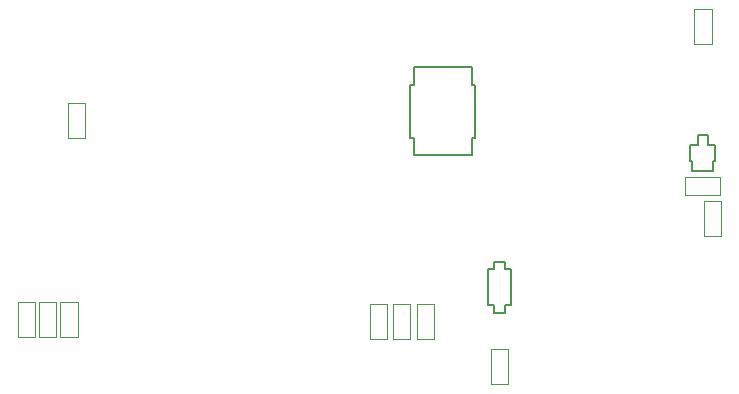
<source format=gbr>
%TF.GenerationSoftware,KiCad,Pcbnew,9.0.3*%
%TF.CreationDate,2025-09-16T13:04:12-04:00*%
%TF.ProjectId,CAEN_NEVIS_DAQ_12V,4341454e-5f4e-4455-9649-535f4441515f,rev?*%
%TF.SameCoordinates,Original*%
%TF.FileFunction,Other,User*%
%FSLAX46Y46*%
G04 Gerber Fmt 4.6, Leading zero omitted, Abs format (unit mm)*
G04 Created by KiCad (PCBNEW 9.0.3) date 2025-09-16 13:04:12*
%MOMM*%
%LPD*%
G01*
G04 APERTURE LIST*
%ADD10C,0.152400*%
%ADD11C,0.050000*%
G04 APERTURE END LIST*
D10*
%TO.C,D1*%
X189307200Y-96954400D02*
X189307200Y-96294000D01*
X188392800Y-96954400D02*
X189307200Y-96954400D01*
X189853300Y-96294000D02*
X189853300Y-93246000D01*
X189307200Y-96294000D02*
X189853300Y-96294000D01*
X188392800Y-96294000D02*
X188392800Y-96954400D01*
X187846700Y-96294000D02*
X188392800Y-96294000D01*
X189853300Y-93246000D02*
X189307200Y-93246000D01*
X189307200Y-93246000D02*
X189307200Y-92585600D01*
X188392800Y-93246000D02*
X187846700Y-93246000D01*
X187846700Y-93246000D02*
X187846700Y-96294000D01*
X189307200Y-92585600D02*
X188392800Y-92585600D01*
X188392800Y-92585600D02*
X188392800Y-93246000D01*
D11*
%TO.C,C2*%
X149870000Y-95980000D02*
X151330000Y-95980000D01*
X149870000Y-98940000D02*
X149870000Y-95980000D01*
X151330000Y-95980000D02*
X151330000Y-98940000D01*
X151330000Y-98940000D02*
X149870000Y-98940000D01*
%TO.C,R29*%
X204570000Y-85450000D02*
X207530000Y-85450000D01*
X204570000Y-86910000D02*
X204570000Y-85450000D01*
X207530000Y-85450000D02*
X207530000Y-86910000D01*
X207530000Y-86910000D02*
X204570000Y-86910000D01*
%TO.C,R3*%
X152270000Y-79190000D02*
X153730000Y-79190000D01*
X152270000Y-82150000D02*
X152270000Y-79190000D01*
X153730000Y-79190000D02*
X153730000Y-82150000D01*
X153730000Y-82150000D02*
X152270000Y-82150000D01*
%TO.C,C5*%
X179800000Y-96190000D02*
X181260000Y-96190000D01*
X179800000Y-99150000D02*
X179800000Y-96190000D01*
X181260000Y-96190000D02*
X181260000Y-99150000D01*
X181260000Y-99150000D02*
X179800000Y-99150000D01*
D10*
%TO.C,U7*%
X181284100Y-77592100D02*
X181284100Y-82087900D01*
X181284100Y-82087900D02*
X181601600Y-82087900D01*
X181601600Y-76131600D02*
X181601600Y-77592100D01*
X181601600Y-77592100D02*
X181284100Y-77592100D01*
X181601600Y-83548400D02*
X181601600Y-82087900D01*
X181601600Y-83548400D02*
X186478400Y-83548400D01*
X186478400Y-76131600D02*
X181601600Y-76131600D01*
X186478400Y-76131600D02*
X186478400Y-77592100D01*
X186478400Y-82087900D02*
X186795900Y-82087900D01*
X186478400Y-83548400D02*
X186478400Y-82087900D01*
X186795900Y-77592100D02*
X186478400Y-77592100D01*
X186795900Y-82087900D02*
X186795900Y-77592100D01*
D11*
%TO.C,R11*%
X188130000Y-100010000D02*
X189590000Y-100010000D01*
X188130000Y-102970000D02*
X188130000Y-100010000D01*
X189590000Y-100010000D02*
X189590000Y-102970000D01*
X189590000Y-102970000D02*
X188130000Y-102970000D01*
%TO.C,R27*%
X205340000Y-71230000D02*
X206800000Y-71230000D01*
X205340000Y-74190000D02*
X205340000Y-71230000D01*
X206800000Y-71230000D02*
X206800000Y-74190000D01*
X206800000Y-74190000D02*
X205340000Y-74190000D01*
%TO.C,R28*%
X206140000Y-87470000D02*
X207600000Y-87470000D01*
X206140000Y-90430000D02*
X206140000Y-87470000D01*
X207600000Y-87470000D02*
X207600000Y-90430000D01*
X207600000Y-90430000D02*
X206140000Y-90430000D01*
%TO.C,C1*%
X151670000Y-95980000D02*
X153130000Y-95980000D01*
X151670000Y-98940000D02*
X151670000Y-95980000D01*
X153130000Y-95980000D02*
X153130000Y-98940000D01*
X153130000Y-98940000D02*
X151670000Y-98940000D01*
%TO.C,C4*%
X177850000Y-96190000D02*
X179310000Y-96190000D01*
X177850000Y-99150000D02*
X177850000Y-96190000D01*
X179310000Y-96190000D02*
X179310000Y-99150000D01*
X179310000Y-99150000D02*
X177850000Y-99150000D01*
%TO.C,C6*%
X181830000Y-96170000D02*
X183290000Y-96170000D01*
X181830000Y-99130000D02*
X181830000Y-96170000D01*
X183290000Y-96170000D02*
X183290000Y-99130000D01*
X183290000Y-99130000D02*
X181830000Y-99130000D01*
%TO.C,C3*%
X148070000Y-95980000D02*
X149530000Y-95980000D01*
X148070000Y-98940000D02*
X148070000Y-95980000D01*
X149530000Y-95980000D02*
X149530000Y-98940000D01*
X149530000Y-98940000D02*
X148070000Y-98940000D01*
D10*
%TO.C,M3*%
X205006001Y-82741000D02*
X205006001Y-84049000D01*
X205006001Y-82741000D02*
X205656001Y-82741000D01*
X205006001Y-84049000D02*
X205156001Y-84049000D01*
X205156001Y-84049000D02*
X205156001Y-84904599D01*
X205656001Y-82741000D02*
X205656001Y-81885401D01*
X206464001Y-81885401D02*
X205656001Y-81885401D01*
X206464001Y-82741000D02*
X206464001Y-81885401D01*
X206964001Y-84049000D02*
X206964001Y-84904599D01*
X206964001Y-84904599D02*
X205156001Y-84904599D01*
X207114001Y-82741000D02*
X206464001Y-82741000D01*
X207114001Y-84049000D02*
X206964001Y-84049000D01*
X207114001Y-84049000D02*
X207114001Y-82741000D01*
%TD*%
M02*

</source>
